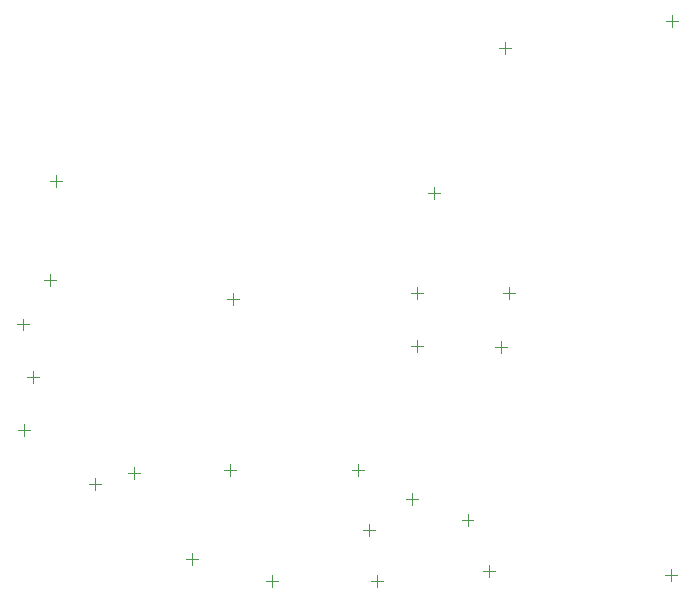
<source format=gbr>
G04*
G04 #@! TF.GenerationSoftware,Altium Limited,Altium Designer,25.1.2 (22)*
G04*
G04 Layer_Color=0*
%FSLAX25Y25*%
%MOIN*%
G70*
G04*
G04 #@! TF.SameCoordinates,306FC79E-9B49-4897-B38B-A4FC230E2DB4*
G04*
G04*
G04 #@! TF.FilePolarity,Positive*
G04*
G01*
G75*
%ADD81C,0.00394*%
D81*
X478209Y374714D02*
Y378651D01*
X476240Y376682D02*
X480177D01*
X566799Y460170D02*
X570736D01*
X568768Y458202D02*
Y462139D01*
X563500Y284032D02*
Y287968D01*
X561531Y286000D02*
X565469D01*
X622425Y469181D02*
X626362D01*
X624394Y467213D02*
Y471150D01*
X464500Y288032D02*
Y291968D01*
X462532Y290000D02*
X466468D01*
X624236Y286650D02*
X624236Y282713D01*
X622268Y284681D02*
X626205Y284681D01*
X556292Y300823D02*
Y304760D01*
X554324Y302792D02*
X558261D01*
X526000Y280532D02*
Y284469D01*
X524031Y282500D02*
X527969D01*
X491000Y280532D02*
Y284469D01*
X489032Y282500D02*
X492969D01*
X537841Y307842D02*
Y311779D01*
X535873Y309810D02*
X539810D01*
X521531Y299500D02*
X525468D01*
X523500Y297532D02*
Y301468D01*
X567500Y358531D02*
Y362469D01*
X565531Y360500D02*
X569468D01*
X539500Y359032D02*
Y362968D01*
X537532Y361000D02*
X541468D01*
X543032Y412000D02*
X546969D01*
X545000Y410032D02*
Y413969D01*
X417031Y416000D02*
X420968D01*
X419000Y414032D02*
Y417969D01*
X432124Y313018D02*
Y316954D01*
X430155Y314986D02*
X434092D01*
X406514Y332941D02*
X410451D01*
X408482Y330972D02*
Y334909D01*
X406169Y368059D02*
X410106D01*
X408138Y366091D02*
Y370028D01*
X443032Y318500D02*
X446969D01*
X445000Y316531D02*
Y320468D01*
X475032Y319500D02*
X478968D01*
X477000Y317531D02*
Y321468D01*
X517853Y319500D02*
X521790D01*
X519822Y317531D02*
Y321468D01*
X570107Y376644D02*
Y380581D01*
X568138Y378612D02*
X572075D01*
X417000Y381031D02*
Y384968D01*
X415031Y383000D02*
X418968D01*
X539500Y376532D02*
Y380469D01*
X537532Y378500D02*
X541468D01*
X411530Y348532D02*
Y352468D01*
X409562Y350500D02*
X413499D01*
M02*

</source>
